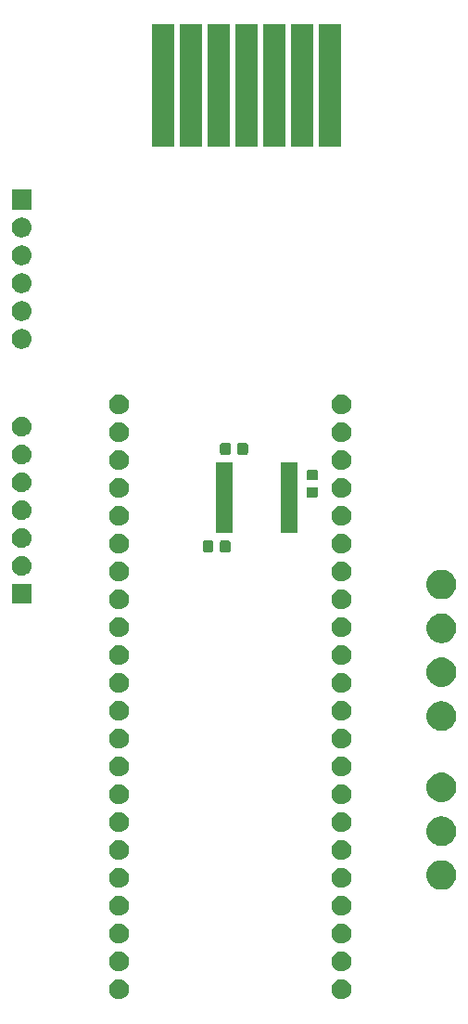
<source format=gts>
%TF.GenerationSoftware,KiCad,Pcbnew,5.0.2+dfsg1-1*%
%TF.CreationDate,2021-12-28T09:45:32+01:00*%
%TF.ProjectId,GbSwitchFp,47625377-6974-4636-9846-702e6b696361,rev?*%
%TF.SameCoordinates,Original*%
%TF.FileFunction,Soldermask,Top*%
%TF.FilePolarity,Negative*%
%FSLAX46Y46*%
G04 Gerber Fmt 4.6, Leading zero omitted, Abs format (unit mm)*
G04 Created by KiCad (PCBNEW 5.0.2+dfsg1-1) date Tue 28 Dec 2021 09:45:32 AM CET*
%MOMM*%
%LPD*%
G01*
G04 APERTURE LIST*
%ADD10C,0.100000*%
G04 APERTURE END LIST*
D10*
G36*
X139454812Y-138579624D02*
X139618784Y-138647544D01*
X139766354Y-138746147D01*
X139891853Y-138871646D01*
X139990456Y-139019216D01*
X140058376Y-139183188D01*
X140093000Y-139357259D01*
X140093000Y-139534741D01*
X140058376Y-139708812D01*
X139990456Y-139872784D01*
X139891853Y-140020354D01*
X139766354Y-140145853D01*
X139618784Y-140244456D01*
X139454812Y-140312376D01*
X139280741Y-140347000D01*
X139103259Y-140347000D01*
X138929188Y-140312376D01*
X138765216Y-140244456D01*
X138617646Y-140145853D01*
X138492147Y-140020354D01*
X138393544Y-139872784D01*
X138325624Y-139708812D01*
X138291000Y-139534741D01*
X138291000Y-139357259D01*
X138325624Y-139183188D01*
X138393544Y-139019216D01*
X138492147Y-138871646D01*
X138617646Y-138746147D01*
X138765216Y-138647544D01*
X138929188Y-138579624D01*
X139103259Y-138545000D01*
X139280741Y-138545000D01*
X139454812Y-138579624D01*
X139454812Y-138579624D01*
G37*
G36*
X119134812Y-138579624D02*
X119298784Y-138647544D01*
X119446354Y-138746147D01*
X119571853Y-138871646D01*
X119670456Y-139019216D01*
X119738376Y-139183188D01*
X119773000Y-139357259D01*
X119773000Y-139534741D01*
X119738376Y-139708812D01*
X119670456Y-139872784D01*
X119571853Y-140020354D01*
X119446354Y-140145853D01*
X119298784Y-140244456D01*
X119134812Y-140312376D01*
X118960741Y-140347000D01*
X118783259Y-140347000D01*
X118609188Y-140312376D01*
X118445216Y-140244456D01*
X118297646Y-140145853D01*
X118172147Y-140020354D01*
X118073544Y-139872784D01*
X118005624Y-139708812D01*
X117971000Y-139534741D01*
X117971000Y-139357259D01*
X118005624Y-139183188D01*
X118073544Y-139019216D01*
X118172147Y-138871646D01*
X118297646Y-138746147D01*
X118445216Y-138647544D01*
X118609188Y-138579624D01*
X118783259Y-138545000D01*
X118960741Y-138545000D01*
X119134812Y-138579624D01*
X119134812Y-138579624D01*
G37*
G36*
X139454812Y-136039624D02*
X139618784Y-136107544D01*
X139766354Y-136206147D01*
X139891853Y-136331646D01*
X139990456Y-136479216D01*
X140058376Y-136643188D01*
X140093000Y-136817259D01*
X140093000Y-136994741D01*
X140058376Y-137168812D01*
X139990456Y-137332784D01*
X139891853Y-137480354D01*
X139766354Y-137605853D01*
X139618784Y-137704456D01*
X139454812Y-137772376D01*
X139280741Y-137807000D01*
X139103259Y-137807000D01*
X138929188Y-137772376D01*
X138765216Y-137704456D01*
X138617646Y-137605853D01*
X138492147Y-137480354D01*
X138393544Y-137332784D01*
X138325624Y-137168812D01*
X138291000Y-136994741D01*
X138291000Y-136817259D01*
X138325624Y-136643188D01*
X138393544Y-136479216D01*
X138492147Y-136331646D01*
X138617646Y-136206147D01*
X138765216Y-136107544D01*
X138929188Y-136039624D01*
X139103259Y-136005000D01*
X139280741Y-136005000D01*
X139454812Y-136039624D01*
X139454812Y-136039624D01*
G37*
G36*
X119134812Y-136039624D02*
X119298784Y-136107544D01*
X119446354Y-136206147D01*
X119571853Y-136331646D01*
X119670456Y-136479216D01*
X119738376Y-136643188D01*
X119773000Y-136817259D01*
X119773000Y-136994741D01*
X119738376Y-137168812D01*
X119670456Y-137332784D01*
X119571853Y-137480354D01*
X119446354Y-137605853D01*
X119298784Y-137704456D01*
X119134812Y-137772376D01*
X118960741Y-137807000D01*
X118783259Y-137807000D01*
X118609188Y-137772376D01*
X118445216Y-137704456D01*
X118297646Y-137605853D01*
X118172147Y-137480354D01*
X118073544Y-137332784D01*
X118005624Y-137168812D01*
X117971000Y-136994741D01*
X117971000Y-136817259D01*
X118005624Y-136643188D01*
X118073544Y-136479216D01*
X118172147Y-136331646D01*
X118297646Y-136206147D01*
X118445216Y-136107544D01*
X118609188Y-136039624D01*
X118783259Y-136005000D01*
X118960741Y-136005000D01*
X119134812Y-136039624D01*
X119134812Y-136039624D01*
G37*
G36*
X119134812Y-133499624D02*
X119298784Y-133567544D01*
X119446354Y-133666147D01*
X119571853Y-133791646D01*
X119670456Y-133939216D01*
X119738376Y-134103188D01*
X119773000Y-134277259D01*
X119773000Y-134454741D01*
X119738376Y-134628812D01*
X119670456Y-134792784D01*
X119571853Y-134940354D01*
X119446354Y-135065853D01*
X119298784Y-135164456D01*
X119134812Y-135232376D01*
X118960741Y-135267000D01*
X118783259Y-135267000D01*
X118609188Y-135232376D01*
X118445216Y-135164456D01*
X118297646Y-135065853D01*
X118172147Y-134940354D01*
X118073544Y-134792784D01*
X118005624Y-134628812D01*
X117971000Y-134454741D01*
X117971000Y-134277259D01*
X118005624Y-134103188D01*
X118073544Y-133939216D01*
X118172147Y-133791646D01*
X118297646Y-133666147D01*
X118445216Y-133567544D01*
X118609188Y-133499624D01*
X118783259Y-133465000D01*
X118960741Y-133465000D01*
X119134812Y-133499624D01*
X119134812Y-133499624D01*
G37*
G36*
X139454812Y-133499624D02*
X139618784Y-133567544D01*
X139766354Y-133666147D01*
X139891853Y-133791646D01*
X139990456Y-133939216D01*
X140058376Y-134103188D01*
X140093000Y-134277259D01*
X140093000Y-134454741D01*
X140058376Y-134628812D01*
X139990456Y-134792784D01*
X139891853Y-134940354D01*
X139766354Y-135065853D01*
X139618784Y-135164456D01*
X139454812Y-135232376D01*
X139280741Y-135267000D01*
X139103259Y-135267000D01*
X138929188Y-135232376D01*
X138765216Y-135164456D01*
X138617646Y-135065853D01*
X138492147Y-134940354D01*
X138393544Y-134792784D01*
X138325624Y-134628812D01*
X138291000Y-134454741D01*
X138291000Y-134277259D01*
X138325624Y-134103188D01*
X138393544Y-133939216D01*
X138492147Y-133791646D01*
X138617646Y-133666147D01*
X138765216Y-133567544D01*
X138929188Y-133499624D01*
X139103259Y-133465000D01*
X139280741Y-133465000D01*
X139454812Y-133499624D01*
X139454812Y-133499624D01*
G37*
G36*
X139454812Y-130959624D02*
X139618784Y-131027544D01*
X139766354Y-131126147D01*
X139891853Y-131251646D01*
X139990456Y-131399216D01*
X140058376Y-131563188D01*
X140093000Y-131737259D01*
X140093000Y-131914741D01*
X140058376Y-132088812D01*
X139990456Y-132252784D01*
X139891853Y-132400354D01*
X139766354Y-132525853D01*
X139618784Y-132624456D01*
X139454812Y-132692376D01*
X139280741Y-132727000D01*
X139103259Y-132727000D01*
X138929188Y-132692376D01*
X138765216Y-132624456D01*
X138617646Y-132525853D01*
X138492147Y-132400354D01*
X138393544Y-132252784D01*
X138325624Y-132088812D01*
X138291000Y-131914741D01*
X138291000Y-131737259D01*
X138325624Y-131563188D01*
X138393544Y-131399216D01*
X138492147Y-131251646D01*
X138617646Y-131126147D01*
X138765216Y-131027544D01*
X138929188Y-130959624D01*
X139103259Y-130925000D01*
X139280741Y-130925000D01*
X139454812Y-130959624D01*
X139454812Y-130959624D01*
G37*
G36*
X119134812Y-130959624D02*
X119298784Y-131027544D01*
X119446354Y-131126147D01*
X119571853Y-131251646D01*
X119670456Y-131399216D01*
X119738376Y-131563188D01*
X119773000Y-131737259D01*
X119773000Y-131914741D01*
X119738376Y-132088812D01*
X119670456Y-132252784D01*
X119571853Y-132400354D01*
X119446354Y-132525853D01*
X119298784Y-132624456D01*
X119134812Y-132692376D01*
X118960741Y-132727000D01*
X118783259Y-132727000D01*
X118609188Y-132692376D01*
X118445216Y-132624456D01*
X118297646Y-132525853D01*
X118172147Y-132400354D01*
X118073544Y-132252784D01*
X118005624Y-132088812D01*
X117971000Y-131914741D01*
X117971000Y-131737259D01*
X118005624Y-131563188D01*
X118073544Y-131399216D01*
X118172147Y-131251646D01*
X118297646Y-131126147D01*
X118445216Y-131027544D01*
X118609188Y-130959624D01*
X118783259Y-130925000D01*
X118960741Y-130925000D01*
X119134812Y-130959624D01*
X119134812Y-130959624D01*
G37*
G36*
X148599567Y-127705959D02*
X148730072Y-127731918D01*
X148975939Y-127833759D01*
X149196464Y-127981110D01*
X149197215Y-127981612D01*
X149385388Y-128169785D01*
X149385390Y-128169788D01*
X149533241Y-128391061D01*
X149635082Y-128636928D01*
X149687000Y-128897938D01*
X149687000Y-129164062D01*
X149635082Y-129425072D01*
X149533241Y-129670939D01*
X149406677Y-129860354D01*
X149385388Y-129892215D01*
X149197215Y-130080388D01*
X149197212Y-130080390D01*
X148975939Y-130228241D01*
X148730072Y-130330082D01*
X148599567Y-130356041D01*
X148469063Y-130382000D01*
X148202937Y-130382000D01*
X148072433Y-130356041D01*
X147941928Y-130330082D01*
X147696061Y-130228241D01*
X147474788Y-130080390D01*
X147474785Y-130080388D01*
X147286612Y-129892215D01*
X147265323Y-129860354D01*
X147138759Y-129670939D01*
X147036918Y-129425072D01*
X146985000Y-129164062D01*
X146985000Y-128897938D01*
X147036918Y-128636928D01*
X147138759Y-128391061D01*
X147286610Y-128169788D01*
X147286612Y-128169785D01*
X147474785Y-127981612D01*
X147475536Y-127981110D01*
X147696061Y-127833759D01*
X147941928Y-127731918D01*
X148072433Y-127705959D01*
X148202937Y-127680000D01*
X148469063Y-127680000D01*
X148599567Y-127705959D01*
X148599567Y-127705959D01*
G37*
G36*
X119134812Y-128419624D02*
X119298784Y-128487544D01*
X119446354Y-128586147D01*
X119571853Y-128711646D01*
X119670456Y-128859216D01*
X119738376Y-129023188D01*
X119773000Y-129197259D01*
X119773000Y-129374741D01*
X119738376Y-129548812D01*
X119670456Y-129712784D01*
X119571853Y-129860354D01*
X119446354Y-129985853D01*
X119298784Y-130084456D01*
X119134812Y-130152376D01*
X118960741Y-130187000D01*
X118783259Y-130187000D01*
X118609188Y-130152376D01*
X118445216Y-130084456D01*
X118297646Y-129985853D01*
X118172147Y-129860354D01*
X118073544Y-129712784D01*
X118005624Y-129548812D01*
X117971000Y-129374741D01*
X117971000Y-129197259D01*
X118005624Y-129023188D01*
X118073544Y-128859216D01*
X118172147Y-128711646D01*
X118297646Y-128586147D01*
X118445216Y-128487544D01*
X118609188Y-128419624D01*
X118783259Y-128385000D01*
X118960741Y-128385000D01*
X119134812Y-128419624D01*
X119134812Y-128419624D01*
G37*
G36*
X139454812Y-128419624D02*
X139618784Y-128487544D01*
X139766354Y-128586147D01*
X139891853Y-128711646D01*
X139990456Y-128859216D01*
X140058376Y-129023188D01*
X140093000Y-129197259D01*
X140093000Y-129374741D01*
X140058376Y-129548812D01*
X139990456Y-129712784D01*
X139891853Y-129860354D01*
X139766354Y-129985853D01*
X139618784Y-130084456D01*
X139454812Y-130152376D01*
X139280741Y-130187000D01*
X139103259Y-130187000D01*
X138929188Y-130152376D01*
X138765216Y-130084456D01*
X138617646Y-129985853D01*
X138492147Y-129860354D01*
X138393544Y-129712784D01*
X138325624Y-129548812D01*
X138291000Y-129374741D01*
X138291000Y-129197259D01*
X138325624Y-129023188D01*
X138393544Y-128859216D01*
X138492147Y-128711646D01*
X138617646Y-128586147D01*
X138765216Y-128487544D01*
X138929188Y-128419624D01*
X139103259Y-128385000D01*
X139280741Y-128385000D01*
X139454812Y-128419624D01*
X139454812Y-128419624D01*
G37*
G36*
X119134812Y-125879624D02*
X119298784Y-125947544D01*
X119446354Y-126046147D01*
X119571853Y-126171646D01*
X119670456Y-126319216D01*
X119738376Y-126483188D01*
X119773000Y-126657259D01*
X119773000Y-126834741D01*
X119738376Y-127008812D01*
X119670456Y-127172784D01*
X119571853Y-127320354D01*
X119446354Y-127445853D01*
X119298784Y-127544456D01*
X119134812Y-127612376D01*
X118960741Y-127647000D01*
X118783259Y-127647000D01*
X118609188Y-127612376D01*
X118445216Y-127544456D01*
X118297646Y-127445853D01*
X118172147Y-127320354D01*
X118073544Y-127172784D01*
X118005624Y-127008812D01*
X117971000Y-126834741D01*
X117971000Y-126657259D01*
X118005624Y-126483188D01*
X118073544Y-126319216D01*
X118172147Y-126171646D01*
X118297646Y-126046147D01*
X118445216Y-125947544D01*
X118609188Y-125879624D01*
X118783259Y-125845000D01*
X118960741Y-125845000D01*
X119134812Y-125879624D01*
X119134812Y-125879624D01*
G37*
G36*
X139454812Y-125879624D02*
X139618784Y-125947544D01*
X139766354Y-126046147D01*
X139891853Y-126171646D01*
X139990456Y-126319216D01*
X140058376Y-126483188D01*
X140093000Y-126657259D01*
X140093000Y-126834741D01*
X140058376Y-127008812D01*
X139990456Y-127172784D01*
X139891853Y-127320354D01*
X139766354Y-127445853D01*
X139618784Y-127544456D01*
X139454812Y-127612376D01*
X139280741Y-127647000D01*
X139103259Y-127647000D01*
X138929188Y-127612376D01*
X138765216Y-127544456D01*
X138617646Y-127445853D01*
X138492147Y-127320354D01*
X138393544Y-127172784D01*
X138325624Y-127008812D01*
X138291000Y-126834741D01*
X138291000Y-126657259D01*
X138325624Y-126483188D01*
X138393544Y-126319216D01*
X138492147Y-126171646D01*
X138617646Y-126046147D01*
X138765216Y-125947544D01*
X138929188Y-125879624D01*
X139103259Y-125845000D01*
X139280741Y-125845000D01*
X139454812Y-125879624D01*
X139454812Y-125879624D01*
G37*
G36*
X148599567Y-123705959D02*
X148730072Y-123731918D01*
X148975939Y-123833759D01*
X149196464Y-123981110D01*
X149197215Y-123981612D01*
X149385388Y-124169785D01*
X149385390Y-124169788D01*
X149533241Y-124391061D01*
X149635082Y-124636928D01*
X149687000Y-124897938D01*
X149687000Y-125164062D01*
X149635082Y-125425072D01*
X149533241Y-125670939D01*
X149416936Y-125845000D01*
X149385388Y-125892215D01*
X149197215Y-126080388D01*
X149197212Y-126080390D01*
X148975939Y-126228241D01*
X148730072Y-126330082D01*
X148599567Y-126356041D01*
X148469063Y-126382000D01*
X148202937Y-126382000D01*
X148072433Y-126356041D01*
X147941928Y-126330082D01*
X147696061Y-126228241D01*
X147474788Y-126080390D01*
X147474785Y-126080388D01*
X147286612Y-125892215D01*
X147255064Y-125845000D01*
X147138759Y-125670939D01*
X147036918Y-125425072D01*
X146985000Y-125164062D01*
X146985000Y-124897938D01*
X147036918Y-124636928D01*
X147138759Y-124391061D01*
X147286610Y-124169788D01*
X147286612Y-124169785D01*
X147474785Y-123981612D01*
X147475536Y-123981110D01*
X147696061Y-123833759D01*
X147941928Y-123731918D01*
X148072433Y-123705959D01*
X148202937Y-123680000D01*
X148469063Y-123680000D01*
X148599567Y-123705959D01*
X148599567Y-123705959D01*
G37*
G36*
X139454812Y-123339624D02*
X139618784Y-123407544D01*
X139766354Y-123506147D01*
X139891853Y-123631646D01*
X139990456Y-123779216D01*
X140058376Y-123943188D01*
X140093000Y-124117259D01*
X140093000Y-124294741D01*
X140058376Y-124468812D01*
X139990456Y-124632784D01*
X139891853Y-124780354D01*
X139766354Y-124905853D01*
X139618784Y-125004456D01*
X139454812Y-125072376D01*
X139280741Y-125107000D01*
X139103259Y-125107000D01*
X138929188Y-125072376D01*
X138765216Y-125004456D01*
X138617646Y-124905853D01*
X138492147Y-124780354D01*
X138393544Y-124632784D01*
X138325624Y-124468812D01*
X138291000Y-124294741D01*
X138291000Y-124117259D01*
X138325624Y-123943188D01*
X138393544Y-123779216D01*
X138492147Y-123631646D01*
X138617646Y-123506147D01*
X138765216Y-123407544D01*
X138929188Y-123339624D01*
X139103259Y-123305000D01*
X139280741Y-123305000D01*
X139454812Y-123339624D01*
X139454812Y-123339624D01*
G37*
G36*
X119134812Y-123339624D02*
X119298784Y-123407544D01*
X119446354Y-123506147D01*
X119571853Y-123631646D01*
X119670456Y-123779216D01*
X119738376Y-123943188D01*
X119773000Y-124117259D01*
X119773000Y-124294741D01*
X119738376Y-124468812D01*
X119670456Y-124632784D01*
X119571853Y-124780354D01*
X119446354Y-124905853D01*
X119298784Y-125004456D01*
X119134812Y-125072376D01*
X118960741Y-125107000D01*
X118783259Y-125107000D01*
X118609188Y-125072376D01*
X118445216Y-125004456D01*
X118297646Y-124905853D01*
X118172147Y-124780354D01*
X118073544Y-124632784D01*
X118005624Y-124468812D01*
X117971000Y-124294741D01*
X117971000Y-124117259D01*
X118005624Y-123943188D01*
X118073544Y-123779216D01*
X118172147Y-123631646D01*
X118297646Y-123506147D01*
X118445216Y-123407544D01*
X118609188Y-123339624D01*
X118783259Y-123305000D01*
X118960741Y-123305000D01*
X119134812Y-123339624D01*
X119134812Y-123339624D01*
G37*
G36*
X139454812Y-120799624D02*
X139618784Y-120867544D01*
X139766354Y-120966147D01*
X139891853Y-121091646D01*
X139990456Y-121239216D01*
X140058376Y-121403188D01*
X140093000Y-121577259D01*
X140093000Y-121754741D01*
X140058376Y-121928812D01*
X139990456Y-122092784D01*
X139891853Y-122240354D01*
X139766354Y-122365853D01*
X139618784Y-122464456D01*
X139454812Y-122532376D01*
X139280741Y-122567000D01*
X139103259Y-122567000D01*
X138929188Y-122532376D01*
X138765216Y-122464456D01*
X138617646Y-122365853D01*
X138492147Y-122240354D01*
X138393544Y-122092784D01*
X138325624Y-121928812D01*
X138291000Y-121754741D01*
X138291000Y-121577259D01*
X138325624Y-121403188D01*
X138393544Y-121239216D01*
X138492147Y-121091646D01*
X138617646Y-120966147D01*
X138765216Y-120867544D01*
X138929188Y-120799624D01*
X139103259Y-120765000D01*
X139280741Y-120765000D01*
X139454812Y-120799624D01*
X139454812Y-120799624D01*
G37*
G36*
X119134812Y-120799624D02*
X119298784Y-120867544D01*
X119446354Y-120966147D01*
X119571853Y-121091646D01*
X119670456Y-121239216D01*
X119738376Y-121403188D01*
X119773000Y-121577259D01*
X119773000Y-121754741D01*
X119738376Y-121928812D01*
X119670456Y-122092784D01*
X119571853Y-122240354D01*
X119446354Y-122365853D01*
X119298784Y-122464456D01*
X119134812Y-122532376D01*
X118960741Y-122567000D01*
X118783259Y-122567000D01*
X118609188Y-122532376D01*
X118445216Y-122464456D01*
X118297646Y-122365853D01*
X118172147Y-122240354D01*
X118073544Y-122092784D01*
X118005624Y-121928812D01*
X117971000Y-121754741D01*
X117971000Y-121577259D01*
X118005624Y-121403188D01*
X118073544Y-121239216D01*
X118172147Y-121091646D01*
X118297646Y-120966147D01*
X118445216Y-120867544D01*
X118609188Y-120799624D01*
X118783259Y-120765000D01*
X118960741Y-120765000D01*
X119134812Y-120799624D01*
X119134812Y-120799624D01*
G37*
G36*
X148571389Y-119700354D02*
X148730072Y-119731918D01*
X148975939Y-119833759D01*
X149196464Y-119981110D01*
X149197215Y-119981612D01*
X149385388Y-120169785D01*
X149385390Y-120169788D01*
X149533241Y-120391061D01*
X149635082Y-120636928D01*
X149687000Y-120897938D01*
X149687000Y-121164062D01*
X149635082Y-121425072D01*
X149533241Y-121670939D01*
X149385890Y-121891464D01*
X149385388Y-121892215D01*
X149197215Y-122080388D01*
X149197212Y-122080390D01*
X148975939Y-122228241D01*
X148730072Y-122330082D01*
X148599567Y-122356041D01*
X148469063Y-122382000D01*
X148202937Y-122382000D01*
X148072433Y-122356041D01*
X147941928Y-122330082D01*
X147696061Y-122228241D01*
X147474788Y-122080390D01*
X147474785Y-122080388D01*
X147286612Y-121892215D01*
X147286110Y-121891464D01*
X147138759Y-121670939D01*
X147036918Y-121425072D01*
X146985000Y-121164062D01*
X146985000Y-120897938D01*
X147036918Y-120636928D01*
X147138759Y-120391061D01*
X147286610Y-120169788D01*
X147286612Y-120169785D01*
X147474785Y-119981612D01*
X147475536Y-119981110D01*
X147696061Y-119833759D01*
X147941928Y-119731918D01*
X148100611Y-119700354D01*
X148202937Y-119680000D01*
X148469063Y-119680000D01*
X148571389Y-119700354D01*
X148571389Y-119700354D01*
G37*
G36*
X139454812Y-118259624D02*
X139618784Y-118327544D01*
X139766354Y-118426147D01*
X139891853Y-118551646D01*
X139990456Y-118699216D01*
X140058376Y-118863188D01*
X140093000Y-119037259D01*
X140093000Y-119214741D01*
X140058376Y-119388812D01*
X139990456Y-119552784D01*
X139891853Y-119700354D01*
X139766354Y-119825853D01*
X139618784Y-119924456D01*
X139454812Y-119992376D01*
X139280741Y-120027000D01*
X139103259Y-120027000D01*
X138929188Y-119992376D01*
X138765216Y-119924456D01*
X138617646Y-119825853D01*
X138492147Y-119700354D01*
X138393544Y-119552784D01*
X138325624Y-119388812D01*
X138291000Y-119214741D01*
X138291000Y-119037259D01*
X138325624Y-118863188D01*
X138393544Y-118699216D01*
X138492147Y-118551646D01*
X138617646Y-118426147D01*
X138765216Y-118327544D01*
X138929188Y-118259624D01*
X139103259Y-118225000D01*
X139280741Y-118225000D01*
X139454812Y-118259624D01*
X139454812Y-118259624D01*
G37*
G36*
X119134812Y-118259624D02*
X119298784Y-118327544D01*
X119446354Y-118426147D01*
X119571853Y-118551646D01*
X119670456Y-118699216D01*
X119738376Y-118863188D01*
X119773000Y-119037259D01*
X119773000Y-119214741D01*
X119738376Y-119388812D01*
X119670456Y-119552784D01*
X119571853Y-119700354D01*
X119446354Y-119825853D01*
X119298784Y-119924456D01*
X119134812Y-119992376D01*
X118960741Y-120027000D01*
X118783259Y-120027000D01*
X118609188Y-119992376D01*
X118445216Y-119924456D01*
X118297646Y-119825853D01*
X118172147Y-119700354D01*
X118073544Y-119552784D01*
X118005624Y-119388812D01*
X117971000Y-119214741D01*
X117971000Y-119037259D01*
X118005624Y-118863188D01*
X118073544Y-118699216D01*
X118172147Y-118551646D01*
X118297646Y-118426147D01*
X118445216Y-118327544D01*
X118609188Y-118259624D01*
X118783259Y-118225000D01*
X118960741Y-118225000D01*
X119134812Y-118259624D01*
X119134812Y-118259624D01*
G37*
G36*
X139454812Y-115719624D02*
X139618784Y-115787544D01*
X139766354Y-115886147D01*
X139891853Y-116011646D01*
X139990456Y-116159216D01*
X140058376Y-116323188D01*
X140093000Y-116497259D01*
X140093000Y-116674741D01*
X140058376Y-116848812D01*
X139990456Y-117012784D01*
X139891853Y-117160354D01*
X139766354Y-117285853D01*
X139618784Y-117384456D01*
X139454812Y-117452376D01*
X139280741Y-117487000D01*
X139103259Y-117487000D01*
X138929188Y-117452376D01*
X138765216Y-117384456D01*
X138617646Y-117285853D01*
X138492147Y-117160354D01*
X138393544Y-117012784D01*
X138325624Y-116848812D01*
X138291000Y-116674741D01*
X138291000Y-116497259D01*
X138325624Y-116323188D01*
X138393544Y-116159216D01*
X138492147Y-116011646D01*
X138617646Y-115886147D01*
X138765216Y-115787544D01*
X138929188Y-115719624D01*
X139103259Y-115685000D01*
X139280741Y-115685000D01*
X139454812Y-115719624D01*
X139454812Y-115719624D01*
G37*
G36*
X119134812Y-115719624D02*
X119298784Y-115787544D01*
X119446354Y-115886147D01*
X119571853Y-116011646D01*
X119670456Y-116159216D01*
X119738376Y-116323188D01*
X119773000Y-116497259D01*
X119773000Y-116674741D01*
X119738376Y-116848812D01*
X119670456Y-117012784D01*
X119571853Y-117160354D01*
X119446354Y-117285853D01*
X119298784Y-117384456D01*
X119134812Y-117452376D01*
X118960741Y-117487000D01*
X118783259Y-117487000D01*
X118609188Y-117452376D01*
X118445216Y-117384456D01*
X118297646Y-117285853D01*
X118172147Y-117160354D01*
X118073544Y-117012784D01*
X118005624Y-116848812D01*
X117971000Y-116674741D01*
X117971000Y-116497259D01*
X118005624Y-116323188D01*
X118073544Y-116159216D01*
X118172147Y-116011646D01*
X118297646Y-115886147D01*
X118445216Y-115787544D01*
X118609188Y-115719624D01*
X118783259Y-115685000D01*
X118960741Y-115685000D01*
X119134812Y-115719624D01*
X119134812Y-115719624D01*
G37*
G36*
X148599567Y-113205959D02*
X148730072Y-113231918D01*
X148975939Y-113333759D01*
X149182295Y-113471643D01*
X149197215Y-113481612D01*
X149385388Y-113669785D01*
X149385390Y-113669788D01*
X149533241Y-113891061D01*
X149635082Y-114136928D01*
X149687000Y-114397938D01*
X149687000Y-114664062D01*
X149635082Y-114925072D01*
X149533241Y-115170939D01*
X149385890Y-115391464D01*
X149385388Y-115392215D01*
X149197215Y-115580388D01*
X149197212Y-115580390D01*
X148975939Y-115728241D01*
X148730072Y-115830082D01*
X148599567Y-115856041D01*
X148469063Y-115882000D01*
X148202937Y-115882000D01*
X148072433Y-115856041D01*
X147941928Y-115830082D01*
X147696061Y-115728241D01*
X147474788Y-115580390D01*
X147474785Y-115580388D01*
X147286612Y-115392215D01*
X147286110Y-115391464D01*
X147138759Y-115170939D01*
X147036918Y-114925072D01*
X146985000Y-114664062D01*
X146985000Y-114397938D01*
X147036918Y-114136928D01*
X147138759Y-113891061D01*
X147286610Y-113669788D01*
X147286612Y-113669785D01*
X147474785Y-113481612D01*
X147489705Y-113471643D01*
X147696061Y-113333759D01*
X147941928Y-113231918D01*
X148072433Y-113205959D01*
X148202937Y-113180000D01*
X148469063Y-113180000D01*
X148599567Y-113205959D01*
X148599567Y-113205959D01*
G37*
G36*
X139454812Y-113179624D02*
X139618784Y-113247544D01*
X139766354Y-113346147D01*
X139891853Y-113471646D01*
X139990456Y-113619216D01*
X140058376Y-113783188D01*
X140093000Y-113957259D01*
X140093000Y-114134741D01*
X140058376Y-114308812D01*
X139990456Y-114472784D01*
X139891853Y-114620354D01*
X139766354Y-114745853D01*
X139618784Y-114844456D01*
X139454812Y-114912376D01*
X139280741Y-114947000D01*
X139103259Y-114947000D01*
X138929188Y-114912376D01*
X138765216Y-114844456D01*
X138617646Y-114745853D01*
X138492147Y-114620354D01*
X138393544Y-114472784D01*
X138325624Y-114308812D01*
X138291000Y-114134741D01*
X138291000Y-113957259D01*
X138325624Y-113783188D01*
X138393544Y-113619216D01*
X138492147Y-113471646D01*
X138617646Y-113346147D01*
X138765216Y-113247544D01*
X138929188Y-113179624D01*
X139103259Y-113145000D01*
X139280741Y-113145000D01*
X139454812Y-113179624D01*
X139454812Y-113179624D01*
G37*
G36*
X119134812Y-113179624D02*
X119298784Y-113247544D01*
X119446354Y-113346147D01*
X119571853Y-113471646D01*
X119670456Y-113619216D01*
X119738376Y-113783188D01*
X119773000Y-113957259D01*
X119773000Y-114134741D01*
X119738376Y-114308812D01*
X119670456Y-114472784D01*
X119571853Y-114620354D01*
X119446354Y-114745853D01*
X119298784Y-114844456D01*
X119134812Y-114912376D01*
X118960741Y-114947000D01*
X118783259Y-114947000D01*
X118609188Y-114912376D01*
X118445216Y-114844456D01*
X118297646Y-114745853D01*
X118172147Y-114620354D01*
X118073544Y-114472784D01*
X118005624Y-114308812D01*
X117971000Y-114134741D01*
X117971000Y-113957259D01*
X118005624Y-113783188D01*
X118073544Y-113619216D01*
X118172147Y-113471646D01*
X118297646Y-113346147D01*
X118445216Y-113247544D01*
X118609188Y-113179624D01*
X118783259Y-113145000D01*
X118960741Y-113145000D01*
X119134812Y-113179624D01*
X119134812Y-113179624D01*
G37*
G36*
X119134812Y-110639624D02*
X119298784Y-110707544D01*
X119446354Y-110806147D01*
X119571853Y-110931646D01*
X119670456Y-111079216D01*
X119738376Y-111243188D01*
X119773000Y-111417259D01*
X119773000Y-111594741D01*
X119738376Y-111768812D01*
X119670456Y-111932784D01*
X119571853Y-112080354D01*
X119446354Y-112205853D01*
X119298784Y-112304456D01*
X119134812Y-112372376D01*
X118960741Y-112407000D01*
X118783259Y-112407000D01*
X118609188Y-112372376D01*
X118445216Y-112304456D01*
X118297646Y-112205853D01*
X118172147Y-112080354D01*
X118073544Y-111932784D01*
X118005624Y-111768812D01*
X117971000Y-111594741D01*
X117971000Y-111417259D01*
X118005624Y-111243188D01*
X118073544Y-111079216D01*
X118172147Y-110931646D01*
X118297646Y-110806147D01*
X118445216Y-110707544D01*
X118609188Y-110639624D01*
X118783259Y-110605000D01*
X118960741Y-110605000D01*
X119134812Y-110639624D01*
X119134812Y-110639624D01*
G37*
G36*
X139454812Y-110639624D02*
X139618784Y-110707544D01*
X139766354Y-110806147D01*
X139891853Y-110931646D01*
X139990456Y-111079216D01*
X140058376Y-111243188D01*
X140093000Y-111417259D01*
X140093000Y-111594741D01*
X140058376Y-111768812D01*
X139990456Y-111932784D01*
X139891853Y-112080354D01*
X139766354Y-112205853D01*
X139618784Y-112304456D01*
X139454812Y-112372376D01*
X139280741Y-112407000D01*
X139103259Y-112407000D01*
X138929188Y-112372376D01*
X138765216Y-112304456D01*
X138617646Y-112205853D01*
X138492147Y-112080354D01*
X138393544Y-111932784D01*
X138325624Y-111768812D01*
X138291000Y-111594741D01*
X138291000Y-111417259D01*
X138325624Y-111243188D01*
X138393544Y-111079216D01*
X138492147Y-110931646D01*
X138617646Y-110806147D01*
X138765216Y-110707544D01*
X138929188Y-110639624D01*
X139103259Y-110605000D01*
X139280741Y-110605000D01*
X139454812Y-110639624D01*
X139454812Y-110639624D01*
G37*
G36*
X148599567Y-109205959D02*
X148730072Y-109231918D01*
X148975939Y-109333759D01*
X149196464Y-109481110D01*
X149197215Y-109481612D01*
X149385388Y-109669785D01*
X149385390Y-109669788D01*
X149533241Y-109891061D01*
X149635082Y-110136928D01*
X149687000Y-110397938D01*
X149687000Y-110664062D01*
X149635082Y-110925072D01*
X149533241Y-111170939D01*
X149484965Y-111243188D01*
X149385388Y-111392215D01*
X149197215Y-111580388D01*
X149197212Y-111580390D01*
X148975939Y-111728241D01*
X148730072Y-111830082D01*
X148599567Y-111856041D01*
X148469063Y-111882000D01*
X148202937Y-111882000D01*
X148072433Y-111856041D01*
X147941928Y-111830082D01*
X147696061Y-111728241D01*
X147474788Y-111580390D01*
X147474785Y-111580388D01*
X147286612Y-111392215D01*
X147187035Y-111243188D01*
X147138759Y-111170939D01*
X147036918Y-110925072D01*
X146985000Y-110664062D01*
X146985000Y-110397938D01*
X147036918Y-110136928D01*
X147138759Y-109891061D01*
X147286610Y-109669788D01*
X147286612Y-109669785D01*
X147474785Y-109481612D01*
X147475536Y-109481110D01*
X147696061Y-109333759D01*
X147941928Y-109231918D01*
X148072433Y-109205959D01*
X148202937Y-109180000D01*
X148469063Y-109180000D01*
X148599567Y-109205959D01*
X148599567Y-109205959D01*
G37*
G36*
X119134812Y-108099624D02*
X119298784Y-108167544D01*
X119446354Y-108266147D01*
X119571853Y-108391646D01*
X119670456Y-108539216D01*
X119738376Y-108703188D01*
X119773000Y-108877259D01*
X119773000Y-109054741D01*
X119738376Y-109228812D01*
X119670456Y-109392784D01*
X119571853Y-109540354D01*
X119446354Y-109665853D01*
X119298784Y-109764456D01*
X119134812Y-109832376D01*
X118960741Y-109867000D01*
X118783259Y-109867000D01*
X118609188Y-109832376D01*
X118445216Y-109764456D01*
X118297646Y-109665853D01*
X118172147Y-109540354D01*
X118073544Y-109392784D01*
X118005624Y-109228812D01*
X117971000Y-109054741D01*
X117971000Y-108877259D01*
X118005624Y-108703188D01*
X118073544Y-108539216D01*
X118172147Y-108391646D01*
X118297646Y-108266147D01*
X118445216Y-108167544D01*
X118609188Y-108099624D01*
X118783259Y-108065000D01*
X118960741Y-108065000D01*
X119134812Y-108099624D01*
X119134812Y-108099624D01*
G37*
G36*
X139454812Y-108099624D02*
X139618784Y-108167544D01*
X139766354Y-108266147D01*
X139891853Y-108391646D01*
X139990456Y-108539216D01*
X140058376Y-108703188D01*
X140093000Y-108877259D01*
X140093000Y-109054741D01*
X140058376Y-109228812D01*
X139990456Y-109392784D01*
X139891853Y-109540354D01*
X139766354Y-109665853D01*
X139618784Y-109764456D01*
X139454812Y-109832376D01*
X139280741Y-109867000D01*
X139103259Y-109867000D01*
X138929188Y-109832376D01*
X138765216Y-109764456D01*
X138617646Y-109665853D01*
X138492147Y-109540354D01*
X138393544Y-109392784D01*
X138325624Y-109228812D01*
X138291000Y-109054741D01*
X138291000Y-108877259D01*
X138325624Y-108703188D01*
X138393544Y-108539216D01*
X138492147Y-108391646D01*
X138617646Y-108266147D01*
X138765216Y-108167544D01*
X138929188Y-108099624D01*
X139103259Y-108065000D01*
X139280741Y-108065000D01*
X139454812Y-108099624D01*
X139454812Y-108099624D01*
G37*
G36*
X148599567Y-105205959D02*
X148730072Y-105231918D01*
X148975939Y-105333759D01*
X149196464Y-105481110D01*
X149197215Y-105481612D01*
X149385388Y-105669785D01*
X149385390Y-105669788D01*
X149533241Y-105891061D01*
X149635082Y-106136928D01*
X149687000Y-106397938D01*
X149687000Y-106664062D01*
X149635082Y-106925072D01*
X149533241Y-107170939D01*
X149385890Y-107391464D01*
X149385388Y-107392215D01*
X149197215Y-107580388D01*
X149197212Y-107580390D01*
X148975939Y-107728241D01*
X148730072Y-107830082D01*
X148599567Y-107856041D01*
X148469063Y-107882000D01*
X148202937Y-107882000D01*
X148072433Y-107856041D01*
X147941928Y-107830082D01*
X147696061Y-107728241D01*
X147474788Y-107580390D01*
X147474785Y-107580388D01*
X147286612Y-107392215D01*
X147286110Y-107391464D01*
X147138759Y-107170939D01*
X147036918Y-106925072D01*
X146985000Y-106664062D01*
X146985000Y-106397938D01*
X147036918Y-106136928D01*
X147138759Y-105891061D01*
X147286610Y-105669788D01*
X147286612Y-105669785D01*
X147474785Y-105481612D01*
X147475536Y-105481110D01*
X147696061Y-105333759D01*
X147941928Y-105231918D01*
X148072433Y-105205959D01*
X148202937Y-105180000D01*
X148469063Y-105180000D01*
X148599567Y-105205959D01*
X148599567Y-105205959D01*
G37*
G36*
X139454812Y-105559624D02*
X139618784Y-105627544D01*
X139766354Y-105726147D01*
X139891853Y-105851646D01*
X139990456Y-105999216D01*
X140058376Y-106163188D01*
X140093000Y-106337259D01*
X140093000Y-106514741D01*
X140058376Y-106688812D01*
X139990456Y-106852784D01*
X139891853Y-107000354D01*
X139766354Y-107125853D01*
X139618784Y-107224456D01*
X139454812Y-107292376D01*
X139280741Y-107327000D01*
X139103259Y-107327000D01*
X138929188Y-107292376D01*
X138765216Y-107224456D01*
X138617646Y-107125853D01*
X138492147Y-107000354D01*
X138393544Y-106852784D01*
X138325624Y-106688812D01*
X138291000Y-106514741D01*
X138291000Y-106337259D01*
X138325624Y-106163188D01*
X138393544Y-105999216D01*
X138492147Y-105851646D01*
X138617646Y-105726147D01*
X138765216Y-105627544D01*
X138929188Y-105559624D01*
X139103259Y-105525000D01*
X139280741Y-105525000D01*
X139454812Y-105559624D01*
X139454812Y-105559624D01*
G37*
G36*
X119134812Y-105559624D02*
X119298784Y-105627544D01*
X119446354Y-105726147D01*
X119571853Y-105851646D01*
X119670456Y-105999216D01*
X119738376Y-106163188D01*
X119773000Y-106337259D01*
X119773000Y-106514741D01*
X119738376Y-106688812D01*
X119670456Y-106852784D01*
X119571853Y-107000354D01*
X119446354Y-107125853D01*
X119298784Y-107224456D01*
X119134812Y-107292376D01*
X118960741Y-107327000D01*
X118783259Y-107327000D01*
X118609188Y-107292376D01*
X118445216Y-107224456D01*
X118297646Y-107125853D01*
X118172147Y-107000354D01*
X118073544Y-106852784D01*
X118005624Y-106688812D01*
X117971000Y-106514741D01*
X117971000Y-106337259D01*
X118005624Y-106163188D01*
X118073544Y-105999216D01*
X118172147Y-105851646D01*
X118297646Y-105726147D01*
X118445216Y-105627544D01*
X118609188Y-105559624D01*
X118783259Y-105525000D01*
X118960741Y-105525000D01*
X119134812Y-105559624D01*
X119134812Y-105559624D01*
G37*
G36*
X139454812Y-103019624D02*
X139618784Y-103087544D01*
X139766354Y-103186147D01*
X139891853Y-103311646D01*
X139990456Y-103459216D01*
X140058376Y-103623188D01*
X140093000Y-103797259D01*
X140093000Y-103974741D01*
X140058376Y-104148812D01*
X139990456Y-104312784D01*
X139891853Y-104460354D01*
X139766354Y-104585853D01*
X139618784Y-104684456D01*
X139454812Y-104752376D01*
X139280741Y-104787000D01*
X139103259Y-104787000D01*
X138929188Y-104752376D01*
X138765216Y-104684456D01*
X138617646Y-104585853D01*
X138492147Y-104460354D01*
X138393544Y-104312784D01*
X138325624Y-104148812D01*
X138291000Y-103974741D01*
X138291000Y-103797259D01*
X138325624Y-103623188D01*
X138393544Y-103459216D01*
X138492147Y-103311646D01*
X138617646Y-103186147D01*
X138765216Y-103087544D01*
X138929188Y-103019624D01*
X139103259Y-102985000D01*
X139280741Y-102985000D01*
X139454812Y-103019624D01*
X139454812Y-103019624D01*
G37*
G36*
X119134812Y-103019624D02*
X119298784Y-103087544D01*
X119446354Y-103186147D01*
X119571853Y-103311646D01*
X119670456Y-103459216D01*
X119738376Y-103623188D01*
X119773000Y-103797259D01*
X119773000Y-103974741D01*
X119738376Y-104148812D01*
X119670456Y-104312784D01*
X119571853Y-104460354D01*
X119446354Y-104585853D01*
X119298784Y-104684456D01*
X119134812Y-104752376D01*
X118960741Y-104787000D01*
X118783259Y-104787000D01*
X118609188Y-104752376D01*
X118445216Y-104684456D01*
X118297646Y-104585853D01*
X118172147Y-104460354D01*
X118073544Y-104312784D01*
X118005624Y-104148812D01*
X117971000Y-103974741D01*
X117971000Y-103797259D01*
X118005624Y-103623188D01*
X118073544Y-103459216D01*
X118172147Y-103311646D01*
X118297646Y-103186147D01*
X118445216Y-103087544D01*
X118609188Y-103019624D01*
X118783259Y-102985000D01*
X118960741Y-102985000D01*
X119134812Y-103019624D01*
X119134812Y-103019624D01*
G37*
G36*
X110883000Y-104279000D02*
X109081000Y-104279000D01*
X109081000Y-102477000D01*
X110883000Y-102477000D01*
X110883000Y-104279000D01*
X110883000Y-104279000D01*
G37*
G36*
X148599567Y-101205959D02*
X148730072Y-101231918D01*
X148975939Y-101333759D01*
X149192086Y-101478185D01*
X149197215Y-101481612D01*
X149385388Y-101669785D01*
X149385390Y-101669788D01*
X149533241Y-101891061D01*
X149635082Y-102136928D01*
X149687000Y-102397938D01*
X149687000Y-102664062D01*
X149635082Y-102925072D01*
X149533241Y-103170939D01*
X149385890Y-103391464D01*
X149385388Y-103392215D01*
X149197215Y-103580388D01*
X149197212Y-103580390D01*
X148975939Y-103728241D01*
X148730072Y-103830082D01*
X148599567Y-103856041D01*
X148469063Y-103882000D01*
X148202937Y-103882000D01*
X148072433Y-103856041D01*
X147941928Y-103830082D01*
X147696061Y-103728241D01*
X147474788Y-103580390D01*
X147474785Y-103580388D01*
X147286612Y-103392215D01*
X147286110Y-103391464D01*
X147138759Y-103170939D01*
X147036918Y-102925072D01*
X146985000Y-102664062D01*
X146985000Y-102397938D01*
X147036918Y-102136928D01*
X147138759Y-101891061D01*
X147286610Y-101669788D01*
X147286612Y-101669785D01*
X147474785Y-101481612D01*
X147479914Y-101478185D01*
X147696061Y-101333759D01*
X147941928Y-101231918D01*
X148072433Y-101205959D01*
X148202937Y-101180000D01*
X148469063Y-101180000D01*
X148599567Y-101205959D01*
X148599567Y-101205959D01*
G37*
G36*
X119134812Y-100479624D02*
X119298784Y-100547544D01*
X119446354Y-100646147D01*
X119571853Y-100771646D01*
X119670456Y-100919216D01*
X119738376Y-101083188D01*
X119773000Y-101257259D01*
X119773000Y-101434741D01*
X119738376Y-101608812D01*
X119670456Y-101772784D01*
X119571853Y-101920354D01*
X119446354Y-102045853D01*
X119298784Y-102144456D01*
X119134812Y-102212376D01*
X118960741Y-102247000D01*
X118783259Y-102247000D01*
X118609188Y-102212376D01*
X118445216Y-102144456D01*
X118297646Y-102045853D01*
X118172147Y-101920354D01*
X118073544Y-101772784D01*
X118005624Y-101608812D01*
X117971000Y-101434741D01*
X117971000Y-101257259D01*
X118005624Y-101083188D01*
X118073544Y-100919216D01*
X118172147Y-100771646D01*
X118297646Y-100646147D01*
X118445216Y-100547544D01*
X118609188Y-100479624D01*
X118783259Y-100445000D01*
X118960741Y-100445000D01*
X119134812Y-100479624D01*
X119134812Y-100479624D01*
G37*
G36*
X139454812Y-100479624D02*
X139618784Y-100547544D01*
X139766354Y-100646147D01*
X139891853Y-100771646D01*
X139990456Y-100919216D01*
X140058376Y-101083188D01*
X140093000Y-101257259D01*
X140093000Y-101434741D01*
X140058376Y-101608812D01*
X139990456Y-101772784D01*
X139891853Y-101920354D01*
X139766354Y-102045853D01*
X139618784Y-102144456D01*
X139454812Y-102212376D01*
X139280741Y-102247000D01*
X139103259Y-102247000D01*
X138929188Y-102212376D01*
X138765216Y-102144456D01*
X138617646Y-102045853D01*
X138492147Y-101920354D01*
X138393544Y-101772784D01*
X138325624Y-101608812D01*
X138291000Y-101434741D01*
X138291000Y-101257259D01*
X138325624Y-101083188D01*
X138393544Y-100919216D01*
X138492147Y-100771646D01*
X138617646Y-100646147D01*
X138765216Y-100547544D01*
X138929188Y-100479624D01*
X139103259Y-100445000D01*
X139280741Y-100445000D01*
X139454812Y-100479624D01*
X139454812Y-100479624D01*
G37*
G36*
X110092443Y-99943519D02*
X110158627Y-99950037D01*
X110271853Y-99984384D01*
X110328467Y-100001557D01*
X110467087Y-100075652D01*
X110484991Y-100085222D01*
X110520729Y-100114552D01*
X110622186Y-100197814D01*
X110705448Y-100299271D01*
X110734778Y-100335009D01*
X110734779Y-100335011D01*
X110818443Y-100491533D01*
X110818443Y-100491534D01*
X110869963Y-100661373D01*
X110887359Y-100838000D01*
X110869963Y-101014627D01*
X110849165Y-101083188D01*
X110818443Y-101184467D01*
X110779534Y-101257259D01*
X110734778Y-101340991D01*
X110705448Y-101376729D01*
X110622186Y-101478186D01*
X110520729Y-101561448D01*
X110484991Y-101590778D01*
X110484989Y-101590779D01*
X110328467Y-101674443D01*
X110271853Y-101691616D01*
X110158627Y-101725963D01*
X110092443Y-101732481D01*
X110026260Y-101739000D01*
X109937740Y-101739000D01*
X109871557Y-101732481D01*
X109805373Y-101725963D01*
X109692147Y-101691616D01*
X109635533Y-101674443D01*
X109479011Y-101590779D01*
X109479009Y-101590778D01*
X109443271Y-101561448D01*
X109341814Y-101478186D01*
X109258552Y-101376729D01*
X109229222Y-101340991D01*
X109184466Y-101257259D01*
X109145557Y-101184467D01*
X109114835Y-101083188D01*
X109094037Y-101014627D01*
X109076641Y-100838000D01*
X109094037Y-100661373D01*
X109145557Y-100491534D01*
X109145557Y-100491533D01*
X109229221Y-100335011D01*
X109229222Y-100335009D01*
X109258552Y-100299271D01*
X109341814Y-100197814D01*
X109443271Y-100114552D01*
X109479009Y-100085222D01*
X109496913Y-100075652D01*
X109635533Y-100001557D01*
X109692147Y-99984384D01*
X109805373Y-99950037D01*
X109871557Y-99943519D01*
X109937740Y-99937000D01*
X110026260Y-99937000D01*
X110092443Y-99943519D01*
X110092443Y-99943519D01*
G37*
G36*
X119134812Y-97939624D02*
X119298784Y-98007544D01*
X119446354Y-98106147D01*
X119571853Y-98231646D01*
X119670456Y-98379216D01*
X119738376Y-98543188D01*
X119773000Y-98717259D01*
X119773000Y-98894741D01*
X119738376Y-99068812D01*
X119670456Y-99232784D01*
X119571853Y-99380354D01*
X119446354Y-99505853D01*
X119298784Y-99604456D01*
X119134812Y-99672376D01*
X118960741Y-99707000D01*
X118783259Y-99707000D01*
X118609188Y-99672376D01*
X118445216Y-99604456D01*
X118297646Y-99505853D01*
X118172147Y-99380354D01*
X118073544Y-99232784D01*
X118005624Y-99068812D01*
X117971000Y-98894741D01*
X117971000Y-98717259D01*
X118005624Y-98543188D01*
X118073544Y-98379216D01*
X118172147Y-98231646D01*
X118297646Y-98106147D01*
X118445216Y-98007544D01*
X118609188Y-97939624D01*
X118783259Y-97905000D01*
X118960741Y-97905000D01*
X119134812Y-97939624D01*
X119134812Y-97939624D01*
G37*
G36*
X139454812Y-97939624D02*
X139618784Y-98007544D01*
X139766354Y-98106147D01*
X139891853Y-98231646D01*
X139990456Y-98379216D01*
X140058376Y-98543188D01*
X140093000Y-98717259D01*
X140093000Y-98894741D01*
X140058376Y-99068812D01*
X139990456Y-99232784D01*
X139891853Y-99380354D01*
X139766354Y-99505853D01*
X139618784Y-99604456D01*
X139454812Y-99672376D01*
X139280741Y-99707000D01*
X139103259Y-99707000D01*
X138929188Y-99672376D01*
X138765216Y-99604456D01*
X138617646Y-99505853D01*
X138492147Y-99380354D01*
X138393544Y-99232784D01*
X138325624Y-99068812D01*
X138291000Y-98894741D01*
X138291000Y-98717259D01*
X138325624Y-98543188D01*
X138393544Y-98379216D01*
X138492147Y-98231646D01*
X138617646Y-98106147D01*
X138765216Y-98007544D01*
X138929188Y-97939624D01*
X139103259Y-97905000D01*
X139280741Y-97905000D01*
X139454812Y-97939624D01*
X139454812Y-97939624D01*
G37*
G36*
X128917091Y-98538085D02*
X128951069Y-98548393D01*
X128982387Y-98565133D01*
X129009839Y-98587661D01*
X129032367Y-98615113D01*
X129049107Y-98646431D01*
X129059415Y-98680409D01*
X129063500Y-98721890D01*
X129063500Y-99398110D01*
X129059415Y-99439591D01*
X129049107Y-99473569D01*
X129032367Y-99504887D01*
X129009839Y-99532339D01*
X128982387Y-99554867D01*
X128951069Y-99571607D01*
X128917091Y-99581915D01*
X128875610Y-99586000D01*
X128274390Y-99586000D01*
X128232909Y-99581915D01*
X128198931Y-99571607D01*
X128167613Y-99554867D01*
X128140161Y-99532339D01*
X128117633Y-99504887D01*
X128100893Y-99473569D01*
X128090585Y-99439591D01*
X128086500Y-99398110D01*
X128086500Y-98721890D01*
X128090585Y-98680409D01*
X128100893Y-98646431D01*
X128117633Y-98615113D01*
X128140161Y-98587661D01*
X128167613Y-98565133D01*
X128198931Y-98548393D01*
X128232909Y-98538085D01*
X128274390Y-98534000D01*
X128875610Y-98534000D01*
X128917091Y-98538085D01*
X128917091Y-98538085D01*
G37*
G36*
X127342091Y-98538085D02*
X127376069Y-98548393D01*
X127407387Y-98565133D01*
X127434839Y-98587661D01*
X127457367Y-98615113D01*
X127474107Y-98646431D01*
X127484415Y-98680409D01*
X127488500Y-98721890D01*
X127488500Y-99398110D01*
X127484415Y-99439591D01*
X127474107Y-99473569D01*
X127457367Y-99504887D01*
X127434839Y-99532339D01*
X127407387Y-99554867D01*
X127376069Y-99571607D01*
X127342091Y-99581915D01*
X127300610Y-99586000D01*
X126699390Y-99586000D01*
X126657909Y-99581915D01*
X126623931Y-99571607D01*
X126592613Y-99554867D01*
X126565161Y-99532339D01*
X126542633Y-99504887D01*
X126525893Y-99473569D01*
X126515585Y-99439591D01*
X126511500Y-99398110D01*
X126511500Y-98721890D01*
X126515585Y-98680409D01*
X126525893Y-98646431D01*
X126542633Y-98615113D01*
X126565161Y-98587661D01*
X126592613Y-98565133D01*
X126623931Y-98548393D01*
X126657909Y-98538085D01*
X126699390Y-98534000D01*
X127300610Y-98534000D01*
X127342091Y-98538085D01*
X127342091Y-98538085D01*
G37*
G36*
X110092442Y-97403518D02*
X110158627Y-97410037D01*
X110271853Y-97444384D01*
X110328467Y-97461557D01*
X110467087Y-97535652D01*
X110484991Y-97545222D01*
X110520729Y-97574552D01*
X110622186Y-97657814D01*
X110705448Y-97759271D01*
X110734778Y-97795009D01*
X110734779Y-97795011D01*
X110818443Y-97951533D01*
X110818443Y-97951534D01*
X110869963Y-98121373D01*
X110887359Y-98298000D01*
X110869963Y-98474627D01*
X110842508Y-98565133D01*
X110818443Y-98644467D01*
X110817393Y-98646431D01*
X110734778Y-98800991D01*
X110705448Y-98836729D01*
X110622186Y-98938186D01*
X110520729Y-99021448D01*
X110484991Y-99050778D01*
X110484989Y-99050779D01*
X110328467Y-99134443D01*
X110271853Y-99151616D01*
X110158627Y-99185963D01*
X110092443Y-99192481D01*
X110026260Y-99199000D01*
X109937740Y-99199000D01*
X109871557Y-99192481D01*
X109805373Y-99185963D01*
X109692147Y-99151616D01*
X109635533Y-99134443D01*
X109479011Y-99050779D01*
X109479009Y-99050778D01*
X109443271Y-99021448D01*
X109341814Y-98938186D01*
X109258552Y-98836729D01*
X109229222Y-98800991D01*
X109146607Y-98646431D01*
X109145557Y-98644467D01*
X109121492Y-98565133D01*
X109094037Y-98474627D01*
X109076641Y-98298000D01*
X109094037Y-98121373D01*
X109145557Y-97951534D01*
X109145557Y-97951533D01*
X109229221Y-97795011D01*
X109229222Y-97795009D01*
X109258552Y-97759271D01*
X109341814Y-97657814D01*
X109443271Y-97574552D01*
X109479009Y-97545222D01*
X109496913Y-97535652D01*
X109635533Y-97461557D01*
X109692147Y-97444384D01*
X109805373Y-97410037D01*
X109871558Y-97403518D01*
X109937740Y-97397000D01*
X110026260Y-97397000D01*
X110092442Y-97403518D01*
X110092442Y-97403518D01*
G37*
G36*
X135200000Y-97805000D02*
X133648000Y-97805000D01*
X133648000Y-91403000D01*
X135200000Y-91403000D01*
X135200000Y-97805000D01*
X135200000Y-97805000D01*
G37*
G36*
X129300000Y-97805000D02*
X127748000Y-97805000D01*
X127748000Y-91403000D01*
X129300000Y-91403000D01*
X129300000Y-97805000D01*
X129300000Y-97805000D01*
G37*
G36*
X119134812Y-95399624D02*
X119298784Y-95467544D01*
X119446354Y-95566147D01*
X119571853Y-95691646D01*
X119670456Y-95839216D01*
X119738376Y-96003188D01*
X119773000Y-96177259D01*
X119773000Y-96354741D01*
X119738376Y-96528812D01*
X119670456Y-96692784D01*
X119571853Y-96840354D01*
X119446354Y-96965853D01*
X119298784Y-97064456D01*
X119134812Y-97132376D01*
X118960741Y-97167000D01*
X118783259Y-97167000D01*
X118609188Y-97132376D01*
X118445216Y-97064456D01*
X118297646Y-96965853D01*
X118172147Y-96840354D01*
X118073544Y-96692784D01*
X118005624Y-96528812D01*
X117971000Y-96354741D01*
X117971000Y-96177259D01*
X118005624Y-96003188D01*
X118073544Y-95839216D01*
X118172147Y-95691646D01*
X118297646Y-95566147D01*
X118445216Y-95467544D01*
X118609188Y-95399624D01*
X118783259Y-95365000D01*
X118960741Y-95365000D01*
X119134812Y-95399624D01*
X119134812Y-95399624D01*
G37*
G36*
X139454812Y-95399624D02*
X139618784Y-95467544D01*
X139766354Y-95566147D01*
X139891853Y-95691646D01*
X139990456Y-95839216D01*
X140058376Y-96003188D01*
X140093000Y-96177259D01*
X140093000Y-96354741D01*
X140058376Y-96528812D01*
X139990456Y-96692784D01*
X139891853Y-96840354D01*
X139766354Y-96965853D01*
X139618784Y-97064456D01*
X139454812Y-97132376D01*
X139280741Y-97167000D01*
X139103259Y-97167000D01*
X138929188Y-97132376D01*
X138765216Y-97064456D01*
X138617646Y-96965853D01*
X138492147Y-96840354D01*
X138393544Y-96692784D01*
X138325624Y-96528812D01*
X138291000Y-96354741D01*
X138291000Y-96177259D01*
X138325624Y-96003188D01*
X138393544Y-95839216D01*
X138492147Y-95691646D01*
X138617646Y-95566147D01*
X138765216Y-95467544D01*
X138929188Y-95399624D01*
X139103259Y-95365000D01*
X139280741Y-95365000D01*
X139454812Y-95399624D01*
X139454812Y-95399624D01*
G37*
G36*
X110092443Y-94863519D02*
X110158627Y-94870037D01*
X110271853Y-94904384D01*
X110328467Y-94921557D01*
X110467087Y-94995652D01*
X110484991Y-95005222D01*
X110520729Y-95034552D01*
X110622186Y-95117814D01*
X110705448Y-95219271D01*
X110734778Y-95255009D01*
X110734779Y-95255011D01*
X110818443Y-95411533D01*
X110818443Y-95411534D01*
X110869963Y-95581373D01*
X110887359Y-95758000D01*
X110869963Y-95934627D01*
X110849165Y-96003188D01*
X110818443Y-96104467D01*
X110779534Y-96177259D01*
X110734778Y-96260991D01*
X110705448Y-96296729D01*
X110622186Y-96398186D01*
X110520729Y-96481448D01*
X110484991Y-96510778D01*
X110484989Y-96510779D01*
X110328467Y-96594443D01*
X110271853Y-96611616D01*
X110158627Y-96645963D01*
X110092443Y-96652481D01*
X110026260Y-96659000D01*
X109937740Y-96659000D01*
X109871558Y-96652482D01*
X109805373Y-96645963D01*
X109692147Y-96611616D01*
X109635533Y-96594443D01*
X109479011Y-96510779D01*
X109479009Y-96510778D01*
X109443271Y-96481448D01*
X109341814Y-96398186D01*
X109258552Y-96296729D01*
X109229222Y-96260991D01*
X109184466Y-96177259D01*
X109145557Y-96104467D01*
X109114835Y-96003188D01*
X109094037Y-95934627D01*
X109076641Y-95758000D01*
X109094037Y-95581373D01*
X109145557Y-95411534D01*
X109145557Y-95411533D01*
X109229221Y-95255011D01*
X109229222Y-95255009D01*
X109258552Y-95219271D01*
X109341814Y-95117814D01*
X109443271Y-95034552D01*
X109479009Y-95005222D01*
X109496913Y-94995652D01*
X109635533Y-94921557D01*
X109692147Y-94904384D01*
X109805373Y-94870037D01*
X109871557Y-94863519D01*
X109937740Y-94857000D01*
X110026260Y-94857000D01*
X110092443Y-94863519D01*
X110092443Y-94863519D01*
G37*
G36*
X139454812Y-92859624D02*
X139618784Y-92927544D01*
X139766354Y-93026147D01*
X139891853Y-93151646D01*
X139990456Y-93299216D01*
X140058376Y-93463188D01*
X140093000Y-93637259D01*
X140093000Y-93814741D01*
X140058376Y-93988812D01*
X139990456Y-94152784D01*
X139891853Y-94300354D01*
X139766354Y-94425853D01*
X139618784Y-94524456D01*
X139454812Y-94592376D01*
X139280741Y-94627000D01*
X139103259Y-94627000D01*
X138929188Y-94592376D01*
X138765216Y-94524456D01*
X138617646Y-94425853D01*
X138492147Y-94300354D01*
X138393544Y-94152784D01*
X138325624Y-93988812D01*
X138291000Y-93814741D01*
X138291000Y-93637259D01*
X138325624Y-93463188D01*
X138393544Y-93299216D01*
X138492147Y-93151646D01*
X138617646Y-93026147D01*
X138765216Y-92927544D01*
X138929188Y-92859624D01*
X139103259Y-92825000D01*
X139280741Y-92825000D01*
X139454812Y-92859624D01*
X139454812Y-92859624D01*
G37*
G36*
X119134812Y-92859624D02*
X119298784Y-92927544D01*
X119446354Y-93026147D01*
X119571853Y-93151646D01*
X119670456Y-93299216D01*
X119738376Y-93463188D01*
X119773000Y-93637259D01*
X119773000Y-93814741D01*
X119738376Y-93988812D01*
X119670456Y-94152784D01*
X119571853Y-94300354D01*
X119446354Y-94425853D01*
X119298784Y-94524456D01*
X119134812Y-94592376D01*
X118960741Y-94627000D01*
X118783259Y-94627000D01*
X118609188Y-94592376D01*
X118445216Y-94524456D01*
X118297646Y-94425853D01*
X118172147Y-94300354D01*
X118073544Y-94152784D01*
X118005624Y-93988812D01*
X117971000Y-93814741D01*
X117971000Y-93637259D01*
X118005624Y-93463188D01*
X118073544Y-93299216D01*
X118172147Y-93151646D01*
X118297646Y-93026147D01*
X118445216Y-92927544D01*
X118609188Y-92859624D01*
X118783259Y-92825000D01*
X118960741Y-92825000D01*
X119134812Y-92859624D01*
X119134812Y-92859624D01*
G37*
G36*
X136904591Y-93648085D02*
X136938569Y-93658393D01*
X136969887Y-93675133D01*
X136997339Y-93697661D01*
X137019867Y-93725113D01*
X137036607Y-93756431D01*
X137046915Y-93790409D01*
X137051000Y-93831890D01*
X137051000Y-94433110D01*
X137046915Y-94474591D01*
X137036607Y-94508569D01*
X137019867Y-94539887D01*
X136997339Y-94567339D01*
X136969887Y-94589867D01*
X136938569Y-94606607D01*
X136904591Y-94616915D01*
X136863110Y-94621000D01*
X136186890Y-94621000D01*
X136145409Y-94616915D01*
X136111431Y-94606607D01*
X136080113Y-94589867D01*
X136052661Y-94567339D01*
X136030133Y-94539887D01*
X136013393Y-94508569D01*
X136003085Y-94474591D01*
X135999000Y-94433110D01*
X135999000Y-93831890D01*
X136003085Y-93790409D01*
X136013393Y-93756431D01*
X136030133Y-93725113D01*
X136052661Y-93697661D01*
X136080113Y-93675133D01*
X136111431Y-93658393D01*
X136145409Y-93648085D01*
X136186890Y-93644000D01*
X136863110Y-93644000D01*
X136904591Y-93648085D01*
X136904591Y-93648085D01*
G37*
G36*
X110092442Y-92323518D02*
X110158627Y-92330037D01*
X110271853Y-92364384D01*
X110328467Y-92381557D01*
X110467087Y-92455652D01*
X110484991Y-92465222D01*
X110520729Y-92494552D01*
X110622186Y-92577814D01*
X110705448Y-92679271D01*
X110734778Y-92715009D01*
X110734779Y-92715011D01*
X110818443Y-92871533D01*
X110818443Y-92871534D01*
X110869963Y-93041373D01*
X110887359Y-93218000D01*
X110869963Y-93394627D01*
X110849165Y-93463188D01*
X110818443Y-93564467D01*
X110768238Y-93658393D01*
X110734778Y-93720991D01*
X110731395Y-93725113D01*
X110622186Y-93858186D01*
X110520729Y-93941448D01*
X110484991Y-93970778D01*
X110484989Y-93970779D01*
X110328467Y-94054443D01*
X110271853Y-94071616D01*
X110158627Y-94105963D01*
X110092442Y-94112482D01*
X110026260Y-94119000D01*
X109937740Y-94119000D01*
X109871558Y-94112482D01*
X109805373Y-94105963D01*
X109692147Y-94071616D01*
X109635533Y-94054443D01*
X109479011Y-93970779D01*
X109479009Y-93970778D01*
X109443271Y-93941448D01*
X109341814Y-93858186D01*
X109232605Y-93725113D01*
X109229222Y-93720991D01*
X109195762Y-93658393D01*
X109145557Y-93564467D01*
X109114835Y-93463188D01*
X109094037Y-93394627D01*
X109076641Y-93218000D01*
X109094037Y-93041373D01*
X109145557Y-92871534D01*
X109145557Y-92871533D01*
X109229221Y-92715011D01*
X109229222Y-92715009D01*
X109258552Y-92679271D01*
X109341814Y-92577814D01*
X109443271Y-92494552D01*
X109479009Y-92465222D01*
X109496913Y-92455652D01*
X109635533Y-92381557D01*
X109692147Y-92364384D01*
X109805373Y-92330037D01*
X109871558Y-92323518D01*
X109937740Y-92317000D01*
X110026260Y-92317000D01*
X110092442Y-92323518D01*
X110092442Y-92323518D01*
G37*
G36*
X136904591Y-92073085D02*
X136938569Y-92083393D01*
X136969887Y-92100133D01*
X136997339Y-92122661D01*
X137019867Y-92150113D01*
X137036607Y-92181431D01*
X137046915Y-92215409D01*
X137051000Y-92256890D01*
X137051000Y-92858110D01*
X137046915Y-92899591D01*
X137036607Y-92933569D01*
X137019867Y-92964887D01*
X136997339Y-92992339D01*
X136969887Y-93014867D01*
X136938569Y-93031607D01*
X136904591Y-93041915D01*
X136863110Y-93046000D01*
X136186890Y-93046000D01*
X136145409Y-93041915D01*
X136111431Y-93031607D01*
X136080113Y-93014867D01*
X136052661Y-92992339D01*
X136030133Y-92964887D01*
X136013393Y-92933569D01*
X136003085Y-92899591D01*
X135999000Y-92858110D01*
X135999000Y-92256890D01*
X136003085Y-92215409D01*
X136013393Y-92181431D01*
X136030133Y-92150113D01*
X136052661Y-92122661D01*
X136080113Y-92100133D01*
X136111431Y-92083393D01*
X136145409Y-92073085D01*
X136186890Y-92069000D01*
X136863110Y-92069000D01*
X136904591Y-92073085D01*
X136904591Y-92073085D01*
G37*
G36*
X139454812Y-90319624D02*
X139618784Y-90387544D01*
X139766354Y-90486147D01*
X139891853Y-90611646D01*
X139990456Y-90759216D01*
X140058376Y-90923188D01*
X140093000Y-91097259D01*
X140093000Y-91274741D01*
X140058376Y-91448812D01*
X139990456Y-91612784D01*
X139891853Y-91760354D01*
X139766354Y-91885853D01*
X139618784Y-91984456D01*
X139454812Y-92052376D01*
X139280741Y-92087000D01*
X139103259Y-92087000D01*
X138929188Y-92052376D01*
X138765216Y-91984456D01*
X138617646Y-91885853D01*
X138492147Y-91760354D01*
X138393544Y-91612784D01*
X138325624Y-91448812D01*
X138291000Y-91274741D01*
X138291000Y-91097259D01*
X138325624Y-90923188D01*
X138393544Y-90759216D01*
X138492147Y-90611646D01*
X138617646Y-90486147D01*
X138765216Y-90387544D01*
X138929188Y-90319624D01*
X139103259Y-90285000D01*
X139280741Y-90285000D01*
X139454812Y-90319624D01*
X139454812Y-90319624D01*
G37*
G36*
X119134812Y-90319624D02*
X119298784Y-90387544D01*
X119446354Y-90486147D01*
X119571853Y-90611646D01*
X119670456Y-90759216D01*
X119738376Y-90923188D01*
X119773000Y-91097259D01*
X119773000Y-91274741D01*
X119738376Y-91448812D01*
X119670456Y-91612784D01*
X119571853Y-91760354D01*
X119446354Y-91885853D01*
X119298784Y-91984456D01*
X119134812Y-92052376D01*
X118960741Y-92087000D01*
X118783259Y-92087000D01*
X118609188Y-92052376D01*
X118445216Y-91984456D01*
X118297646Y-91885853D01*
X118172147Y-91760354D01*
X118073544Y-91612784D01*
X118005624Y-91448812D01*
X117971000Y-91274741D01*
X117971000Y-91097259D01*
X118005624Y-90923188D01*
X118073544Y-90759216D01*
X118172147Y-90611646D01*
X118297646Y-90486147D01*
X118445216Y-90387544D01*
X118609188Y-90319624D01*
X118783259Y-90285000D01*
X118960741Y-90285000D01*
X119134812Y-90319624D01*
X119134812Y-90319624D01*
G37*
G36*
X110092443Y-89783519D02*
X110158627Y-89790037D01*
X110271853Y-89824384D01*
X110328467Y-89841557D01*
X110415822Y-89888250D01*
X110484991Y-89925222D01*
X110520729Y-89954552D01*
X110622186Y-90037814D01*
X110705448Y-90139271D01*
X110734778Y-90175009D01*
X110734779Y-90175011D01*
X110818443Y-90331533D01*
X110818443Y-90331534D01*
X110869963Y-90501373D01*
X110887359Y-90678000D01*
X110869963Y-90854627D01*
X110849165Y-90923188D01*
X110818443Y-91024467D01*
X110779534Y-91097259D01*
X110734778Y-91180991D01*
X110705448Y-91216729D01*
X110622186Y-91318186D01*
X110520729Y-91401448D01*
X110484991Y-91430778D01*
X110484989Y-91430779D01*
X110328467Y-91514443D01*
X110271853Y-91531616D01*
X110158627Y-91565963D01*
X110092443Y-91572481D01*
X110026260Y-91579000D01*
X109937740Y-91579000D01*
X109871557Y-91572481D01*
X109805373Y-91565963D01*
X109692147Y-91531616D01*
X109635533Y-91514443D01*
X109479011Y-91430779D01*
X109479009Y-91430778D01*
X109443271Y-91401448D01*
X109341814Y-91318186D01*
X109258552Y-91216729D01*
X109229222Y-91180991D01*
X109184466Y-91097259D01*
X109145557Y-91024467D01*
X109114835Y-90923188D01*
X109094037Y-90854627D01*
X109076641Y-90678000D01*
X109094037Y-90501373D01*
X109145557Y-90331534D01*
X109145557Y-90331533D01*
X109229221Y-90175011D01*
X109229222Y-90175009D01*
X109258552Y-90139271D01*
X109341814Y-90037814D01*
X109443271Y-89954552D01*
X109479009Y-89925222D01*
X109548178Y-89888250D01*
X109635533Y-89841557D01*
X109692147Y-89824384D01*
X109805373Y-89790037D01*
X109871557Y-89783519D01*
X109937740Y-89777000D01*
X110026260Y-89777000D01*
X110092443Y-89783519D01*
X110092443Y-89783519D01*
G37*
G36*
X130517091Y-89648085D02*
X130551069Y-89658393D01*
X130582387Y-89675133D01*
X130609839Y-89697661D01*
X130632367Y-89725113D01*
X130649107Y-89756431D01*
X130659415Y-89790409D01*
X130663500Y-89831890D01*
X130663500Y-90508110D01*
X130659415Y-90549591D01*
X130649107Y-90583569D01*
X130632367Y-90614887D01*
X130609839Y-90642339D01*
X130582387Y-90664867D01*
X130551069Y-90681607D01*
X130517091Y-90691915D01*
X130475610Y-90696000D01*
X129874390Y-90696000D01*
X129832909Y-90691915D01*
X129798931Y-90681607D01*
X129767613Y-90664867D01*
X129740161Y-90642339D01*
X129717633Y-90614887D01*
X129700893Y-90583569D01*
X129690585Y-90549591D01*
X129686500Y-90508110D01*
X129686500Y-89831890D01*
X129690585Y-89790409D01*
X129700893Y-89756431D01*
X129717633Y-89725113D01*
X129740161Y-89697661D01*
X129767613Y-89675133D01*
X129798931Y-89658393D01*
X129832909Y-89648085D01*
X129874390Y-89644000D01*
X130475610Y-89644000D01*
X130517091Y-89648085D01*
X130517091Y-89648085D01*
G37*
G36*
X128942091Y-89648085D02*
X128976069Y-89658393D01*
X129007387Y-89675133D01*
X129034839Y-89697661D01*
X129057367Y-89725113D01*
X129074107Y-89756431D01*
X129084415Y-89790409D01*
X129088500Y-89831890D01*
X129088500Y-90508110D01*
X129084415Y-90549591D01*
X129074107Y-90583569D01*
X129057367Y-90614887D01*
X129034839Y-90642339D01*
X129007387Y-90664867D01*
X128976069Y-90681607D01*
X128942091Y-90691915D01*
X128900610Y-90696000D01*
X128299390Y-90696000D01*
X128257909Y-90691915D01*
X128223931Y-90681607D01*
X128192613Y-90664867D01*
X128165161Y-90642339D01*
X128142633Y-90614887D01*
X128125893Y-90583569D01*
X128115585Y-90549591D01*
X128111500Y-90508110D01*
X128111500Y-89831890D01*
X128115585Y-89790409D01*
X128125893Y-89756431D01*
X128142633Y-89725113D01*
X128165161Y-89697661D01*
X128192613Y-89675133D01*
X128223931Y-89658393D01*
X128257909Y-89648085D01*
X128299390Y-89644000D01*
X128900610Y-89644000D01*
X128942091Y-89648085D01*
X128942091Y-89648085D01*
G37*
G36*
X139454812Y-87779624D02*
X139618784Y-87847544D01*
X139766354Y-87946147D01*
X139891853Y-88071646D01*
X139990456Y-88219216D01*
X140058376Y-88383188D01*
X140093000Y-88557259D01*
X140093000Y-88734741D01*
X140058376Y-88908812D01*
X139990456Y-89072784D01*
X139891853Y-89220354D01*
X139766354Y-89345853D01*
X139618784Y-89444456D01*
X139454812Y-89512376D01*
X139280741Y-89547000D01*
X139103259Y-89547000D01*
X138929188Y-89512376D01*
X138765216Y-89444456D01*
X138617646Y-89345853D01*
X138492147Y-89220354D01*
X138393544Y-89072784D01*
X138325624Y-88908812D01*
X138291000Y-88734741D01*
X138291000Y-88557259D01*
X138325624Y-88383188D01*
X138393544Y-88219216D01*
X138492147Y-88071646D01*
X138617646Y-87946147D01*
X138765216Y-87847544D01*
X138929188Y-87779624D01*
X139103259Y-87745000D01*
X139280741Y-87745000D01*
X139454812Y-87779624D01*
X139454812Y-87779624D01*
G37*
G36*
X119134812Y-87779624D02*
X119298784Y-87847544D01*
X119446354Y-87946147D01*
X119571853Y-88071646D01*
X119670456Y-88219216D01*
X119738376Y-88383188D01*
X119773000Y-88557259D01*
X119773000Y-88734741D01*
X119738376Y-88908812D01*
X119670456Y-89072784D01*
X119571853Y-89220354D01*
X119446354Y-89345853D01*
X119298784Y-89444456D01*
X119134812Y-89512376D01*
X118960741Y-89547000D01*
X118783259Y-89547000D01*
X118609188Y-89512376D01*
X118445216Y-89444456D01*
X118297646Y-89345853D01*
X118172147Y-89220354D01*
X118073544Y-89072784D01*
X118005624Y-88908812D01*
X117971000Y-88734741D01*
X117971000Y-88557259D01*
X118005624Y-88383188D01*
X118073544Y-88219216D01*
X118172147Y-88071646D01*
X118297646Y-87946147D01*
X118445216Y-87847544D01*
X118609188Y-87779624D01*
X118783259Y-87745000D01*
X118960741Y-87745000D01*
X119134812Y-87779624D01*
X119134812Y-87779624D01*
G37*
G36*
X110092442Y-87243518D02*
X110158627Y-87250037D01*
X110271853Y-87284384D01*
X110328467Y-87301557D01*
X110467087Y-87375652D01*
X110484991Y-87385222D01*
X110520729Y-87414552D01*
X110622186Y-87497814D01*
X110705448Y-87599271D01*
X110734778Y-87635009D01*
X110734779Y-87635011D01*
X110818443Y-87791533D01*
X110818443Y-87791534D01*
X110869963Y-87961373D01*
X110887359Y-88138000D01*
X110869963Y-88314627D01*
X110849165Y-88383188D01*
X110818443Y-88484467D01*
X110779534Y-88557259D01*
X110734778Y-88640991D01*
X110705448Y-88676729D01*
X110622186Y-88778186D01*
X110520729Y-88861448D01*
X110484991Y-88890778D01*
X110484989Y-88890779D01*
X110328467Y-88974443D01*
X110271853Y-88991616D01*
X110158627Y-89025963D01*
X110092443Y-89032481D01*
X110026260Y-89039000D01*
X109937740Y-89039000D01*
X109871557Y-89032481D01*
X109805373Y-89025963D01*
X109692147Y-88991616D01*
X109635533Y-88974443D01*
X109479011Y-88890779D01*
X109479009Y-88890778D01*
X109443271Y-88861448D01*
X109341814Y-88778186D01*
X109258552Y-88676729D01*
X109229222Y-88640991D01*
X109184466Y-88557259D01*
X109145557Y-88484467D01*
X109114835Y-88383188D01*
X109094037Y-88314627D01*
X109076641Y-88138000D01*
X109094037Y-87961373D01*
X109145557Y-87791534D01*
X109145557Y-87791533D01*
X109229221Y-87635011D01*
X109229222Y-87635009D01*
X109258552Y-87599271D01*
X109341814Y-87497814D01*
X109443271Y-87414552D01*
X109479009Y-87385222D01*
X109496913Y-87375652D01*
X109635533Y-87301557D01*
X109692147Y-87284384D01*
X109805373Y-87250037D01*
X109871558Y-87243518D01*
X109937740Y-87237000D01*
X110026260Y-87237000D01*
X110092442Y-87243518D01*
X110092442Y-87243518D01*
G37*
G36*
X119134812Y-85239624D02*
X119298784Y-85307544D01*
X119446354Y-85406147D01*
X119571853Y-85531646D01*
X119670456Y-85679216D01*
X119738376Y-85843188D01*
X119773000Y-86017259D01*
X119773000Y-86194741D01*
X119738376Y-86368812D01*
X119670456Y-86532784D01*
X119571853Y-86680354D01*
X119446354Y-86805853D01*
X119298784Y-86904456D01*
X119134812Y-86972376D01*
X118960741Y-87007000D01*
X118783259Y-87007000D01*
X118609188Y-86972376D01*
X118445216Y-86904456D01*
X118297646Y-86805853D01*
X118172147Y-86680354D01*
X118073544Y-86532784D01*
X118005624Y-86368812D01*
X117971000Y-86194741D01*
X117971000Y-86017259D01*
X118005624Y-85843188D01*
X118073544Y-85679216D01*
X118172147Y-85531646D01*
X118297646Y-85406147D01*
X118445216Y-85307544D01*
X118609188Y-85239624D01*
X118783259Y-85205000D01*
X118960741Y-85205000D01*
X119134812Y-85239624D01*
X119134812Y-85239624D01*
G37*
G36*
X139454812Y-85239624D02*
X139618784Y-85307544D01*
X139766354Y-85406147D01*
X139891853Y-85531646D01*
X139990456Y-85679216D01*
X140058376Y-85843188D01*
X140093000Y-86017259D01*
X140093000Y-86194741D01*
X140058376Y-86368812D01*
X139990456Y-86532784D01*
X139891853Y-86680354D01*
X139766354Y-86805853D01*
X139618784Y-86904456D01*
X139454812Y-86972376D01*
X139280741Y-87007000D01*
X139103259Y-87007000D01*
X138929188Y-86972376D01*
X138765216Y-86904456D01*
X138617646Y-86805853D01*
X138492147Y-86680354D01*
X138393544Y-86532784D01*
X138325624Y-86368812D01*
X138291000Y-86194741D01*
X138291000Y-86017259D01*
X138325624Y-85843188D01*
X138393544Y-85679216D01*
X138492147Y-85531646D01*
X138617646Y-85406147D01*
X138765216Y-85307544D01*
X138929188Y-85239624D01*
X139103259Y-85205000D01*
X139280741Y-85205000D01*
X139454812Y-85239624D01*
X139454812Y-85239624D01*
G37*
G36*
X110092442Y-79242518D02*
X110158627Y-79249037D01*
X110271853Y-79283384D01*
X110328467Y-79300557D01*
X110467087Y-79374652D01*
X110484991Y-79384222D01*
X110520729Y-79413552D01*
X110622186Y-79496814D01*
X110705448Y-79598271D01*
X110734778Y-79634009D01*
X110734779Y-79634011D01*
X110818443Y-79790533D01*
X110818443Y-79790534D01*
X110869963Y-79960373D01*
X110887359Y-80137000D01*
X110869963Y-80313627D01*
X110835616Y-80426853D01*
X110818443Y-80483467D01*
X110744348Y-80622087D01*
X110734778Y-80639991D01*
X110705448Y-80675729D01*
X110622186Y-80777186D01*
X110520729Y-80860448D01*
X110484991Y-80889778D01*
X110484989Y-80889779D01*
X110328467Y-80973443D01*
X110271853Y-80990616D01*
X110158627Y-81024963D01*
X110092443Y-81031481D01*
X110026260Y-81038000D01*
X109937740Y-81038000D01*
X109871557Y-81031481D01*
X109805373Y-81024963D01*
X109692147Y-80990616D01*
X109635533Y-80973443D01*
X109479011Y-80889779D01*
X109479009Y-80889778D01*
X109443271Y-80860448D01*
X109341814Y-80777186D01*
X109258552Y-80675729D01*
X109229222Y-80639991D01*
X109219652Y-80622087D01*
X109145557Y-80483467D01*
X109128384Y-80426853D01*
X109094037Y-80313627D01*
X109076641Y-80137000D01*
X109094037Y-79960373D01*
X109145557Y-79790534D01*
X109145557Y-79790533D01*
X109229221Y-79634011D01*
X109229222Y-79634009D01*
X109258552Y-79598271D01*
X109341814Y-79496814D01*
X109443271Y-79413552D01*
X109479009Y-79384222D01*
X109496913Y-79374652D01*
X109635533Y-79300557D01*
X109692147Y-79283384D01*
X109805373Y-79249037D01*
X109871558Y-79242518D01*
X109937740Y-79236000D01*
X110026260Y-79236000D01*
X110092442Y-79242518D01*
X110092442Y-79242518D01*
G37*
G36*
X110092443Y-76702519D02*
X110158627Y-76709037D01*
X110271853Y-76743384D01*
X110328467Y-76760557D01*
X110467087Y-76834652D01*
X110484991Y-76844222D01*
X110520729Y-76873552D01*
X110622186Y-76956814D01*
X110705448Y-77058271D01*
X110734778Y-77094009D01*
X110734779Y-77094011D01*
X110818443Y-77250533D01*
X110818443Y-77250534D01*
X110869963Y-77420373D01*
X110887359Y-77597000D01*
X110869963Y-77773627D01*
X110835616Y-77886853D01*
X110818443Y-77943467D01*
X110744348Y-78082087D01*
X110734778Y-78099991D01*
X110705448Y-78135729D01*
X110622186Y-78237186D01*
X110520729Y-78320448D01*
X110484991Y-78349778D01*
X110484989Y-78349779D01*
X110328467Y-78433443D01*
X110271853Y-78450616D01*
X110158627Y-78484963D01*
X110092442Y-78491482D01*
X110026260Y-78498000D01*
X109937740Y-78498000D01*
X109871558Y-78491482D01*
X109805373Y-78484963D01*
X109692147Y-78450616D01*
X109635533Y-78433443D01*
X109479011Y-78349779D01*
X109479009Y-78349778D01*
X109443271Y-78320448D01*
X109341814Y-78237186D01*
X109258552Y-78135729D01*
X109229222Y-78099991D01*
X109219652Y-78082087D01*
X109145557Y-77943467D01*
X109128384Y-77886853D01*
X109094037Y-77773627D01*
X109076641Y-77597000D01*
X109094037Y-77420373D01*
X109145557Y-77250534D01*
X109145557Y-77250533D01*
X109229221Y-77094011D01*
X109229222Y-77094009D01*
X109258552Y-77058271D01*
X109341814Y-76956814D01*
X109443271Y-76873552D01*
X109479009Y-76844222D01*
X109496913Y-76834652D01*
X109635533Y-76760557D01*
X109692147Y-76743384D01*
X109805373Y-76709037D01*
X109871557Y-76702519D01*
X109937740Y-76696000D01*
X110026260Y-76696000D01*
X110092443Y-76702519D01*
X110092443Y-76702519D01*
G37*
G36*
X110092442Y-74162518D02*
X110158627Y-74169037D01*
X110271853Y-74203384D01*
X110328467Y-74220557D01*
X110467087Y-74294652D01*
X110484991Y-74304222D01*
X110520729Y-74333552D01*
X110622186Y-74416814D01*
X110705448Y-74518271D01*
X110734778Y-74554009D01*
X110734779Y-74554011D01*
X110818443Y-74710533D01*
X110818443Y-74710534D01*
X110869963Y-74880373D01*
X110887359Y-75057000D01*
X110869963Y-75233627D01*
X110835616Y-75346853D01*
X110818443Y-75403467D01*
X110744348Y-75542087D01*
X110734778Y-75559991D01*
X110705448Y-75595729D01*
X110622186Y-75697186D01*
X110520729Y-75780448D01*
X110484991Y-75809778D01*
X110484989Y-75809779D01*
X110328467Y-75893443D01*
X110271853Y-75910616D01*
X110158627Y-75944963D01*
X110092442Y-75951482D01*
X110026260Y-75958000D01*
X109937740Y-75958000D01*
X109871558Y-75951482D01*
X109805373Y-75944963D01*
X109692147Y-75910616D01*
X109635533Y-75893443D01*
X109479011Y-75809779D01*
X109479009Y-75809778D01*
X109443271Y-75780448D01*
X109341814Y-75697186D01*
X109258552Y-75595729D01*
X109229222Y-75559991D01*
X109219652Y-75542087D01*
X109145557Y-75403467D01*
X109128384Y-75346853D01*
X109094037Y-75233627D01*
X109076641Y-75057000D01*
X109094037Y-74880373D01*
X109145557Y-74710534D01*
X109145557Y-74710533D01*
X109229221Y-74554011D01*
X109229222Y-74554009D01*
X109258552Y-74518271D01*
X109341814Y-74416814D01*
X109443271Y-74333552D01*
X109479009Y-74304222D01*
X109496913Y-74294652D01*
X109635533Y-74220557D01*
X109692147Y-74203384D01*
X109805373Y-74169037D01*
X109871558Y-74162518D01*
X109937740Y-74156000D01*
X110026260Y-74156000D01*
X110092442Y-74162518D01*
X110092442Y-74162518D01*
G37*
G36*
X110092443Y-71622519D02*
X110158627Y-71629037D01*
X110271853Y-71663384D01*
X110328467Y-71680557D01*
X110467087Y-71754652D01*
X110484991Y-71764222D01*
X110520729Y-71793552D01*
X110622186Y-71876814D01*
X110705448Y-71978271D01*
X110734778Y-72014009D01*
X110734779Y-72014011D01*
X110818443Y-72170533D01*
X110818443Y-72170534D01*
X110869963Y-72340373D01*
X110887359Y-72517000D01*
X110869963Y-72693627D01*
X110835616Y-72806853D01*
X110818443Y-72863467D01*
X110744348Y-73002087D01*
X110734778Y-73019991D01*
X110705448Y-73055729D01*
X110622186Y-73157186D01*
X110520729Y-73240448D01*
X110484991Y-73269778D01*
X110484989Y-73269779D01*
X110328467Y-73353443D01*
X110271853Y-73370616D01*
X110158627Y-73404963D01*
X110092443Y-73411481D01*
X110026260Y-73418000D01*
X109937740Y-73418000D01*
X109871557Y-73411481D01*
X109805373Y-73404963D01*
X109692147Y-73370616D01*
X109635533Y-73353443D01*
X109479011Y-73269779D01*
X109479009Y-73269778D01*
X109443271Y-73240448D01*
X109341814Y-73157186D01*
X109258552Y-73055729D01*
X109229222Y-73019991D01*
X109219652Y-73002087D01*
X109145557Y-72863467D01*
X109128384Y-72806853D01*
X109094037Y-72693627D01*
X109076641Y-72517000D01*
X109094037Y-72340373D01*
X109145557Y-72170534D01*
X109145557Y-72170533D01*
X109229221Y-72014011D01*
X109229222Y-72014009D01*
X109258552Y-71978271D01*
X109341814Y-71876814D01*
X109443271Y-71793552D01*
X109479009Y-71764222D01*
X109496913Y-71754652D01*
X109635533Y-71680557D01*
X109692147Y-71663384D01*
X109805373Y-71629037D01*
X109871557Y-71622519D01*
X109937740Y-71616000D01*
X110026260Y-71616000D01*
X110092443Y-71622519D01*
X110092443Y-71622519D01*
G37*
G36*
X110092442Y-69082518D02*
X110158627Y-69089037D01*
X110271853Y-69123384D01*
X110328467Y-69140557D01*
X110467087Y-69214652D01*
X110484991Y-69224222D01*
X110520729Y-69253552D01*
X110622186Y-69336814D01*
X110705448Y-69438271D01*
X110734778Y-69474009D01*
X110734779Y-69474011D01*
X110818443Y-69630533D01*
X110818443Y-69630534D01*
X110869963Y-69800373D01*
X110887359Y-69977000D01*
X110869963Y-70153627D01*
X110835616Y-70266853D01*
X110818443Y-70323467D01*
X110744348Y-70462087D01*
X110734778Y-70479991D01*
X110705448Y-70515729D01*
X110622186Y-70617186D01*
X110520729Y-70700448D01*
X110484991Y-70729778D01*
X110484989Y-70729779D01*
X110328467Y-70813443D01*
X110271853Y-70830616D01*
X110158627Y-70864963D01*
X110092443Y-70871481D01*
X110026260Y-70878000D01*
X109937740Y-70878000D01*
X109871557Y-70871481D01*
X109805373Y-70864963D01*
X109692147Y-70830616D01*
X109635533Y-70813443D01*
X109479011Y-70729779D01*
X109479009Y-70729778D01*
X109443271Y-70700448D01*
X109341814Y-70617186D01*
X109258552Y-70515729D01*
X109229222Y-70479991D01*
X109219652Y-70462087D01*
X109145557Y-70323467D01*
X109128384Y-70266853D01*
X109094037Y-70153627D01*
X109076641Y-69977000D01*
X109094037Y-69800373D01*
X109145557Y-69630534D01*
X109145557Y-69630533D01*
X109229221Y-69474011D01*
X109229222Y-69474009D01*
X109258552Y-69438271D01*
X109341814Y-69336814D01*
X109443271Y-69253552D01*
X109479009Y-69224222D01*
X109496913Y-69214652D01*
X109635533Y-69140557D01*
X109692147Y-69123384D01*
X109805373Y-69089037D01*
X109871558Y-69082518D01*
X109937740Y-69076000D01*
X110026260Y-69076000D01*
X110092442Y-69082518D01*
X110092442Y-69082518D01*
G37*
G36*
X110883000Y-68338000D02*
X109081000Y-68338000D01*
X109081000Y-66536000D01*
X110883000Y-66536000D01*
X110883000Y-68338000D01*
X110883000Y-68338000D01*
G37*
G36*
X126507000Y-62574000D02*
X124405000Y-62574000D01*
X124405000Y-51472000D01*
X126507000Y-51472000D01*
X126507000Y-62574000D01*
X126507000Y-62574000D01*
G37*
G36*
X123967000Y-62574000D02*
X121865000Y-62574000D01*
X121865000Y-51472000D01*
X123967000Y-51472000D01*
X123967000Y-62574000D01*
X123967000Y-62574000D01*
G37*
G36*
X129047000Y-62574000D02*
X126945000Y-62574000D01*
X126945000Y-51472000D01*
X129047000Y-51472000D01*
X129047000Y-62574000D01*
X129047000Y-62574000D01*
G37*
G36*
X131587000Y-62574000D02*
X129485000Y-62574000D01*
X129485000Y-51472000D01*
X131587000Y-51472000D01*
X131587000Y-62574000D01*
X131587000Y-62574000D01*
G37*
G36*
X134127000Y-62574000D02*
X132025000Y-62574000D01*
X132025000Y-51472000D01*
X134127000Y-51472000D01*
X134127000Y-62574000D01*
X134127000Y-62574000D01*
G37*
G36*
X136667000Y-62574000D02*
X134565000Y-62574000D01*
X134565000Y-51472000D01*
X136667000Y-51472000D01*
X136667000Y-62574000D01*
X136667000Y-62574000D01*
G37*
G36*
X139207000Y-62574000D02*
X137105000Y-62574000D01*
X137105000Y-51472000D01*
X139207000Y-51472000D01*
X139207000Y-62574000D01*
X139207000Y-62574000D01*
G37*
M02*

</source>
